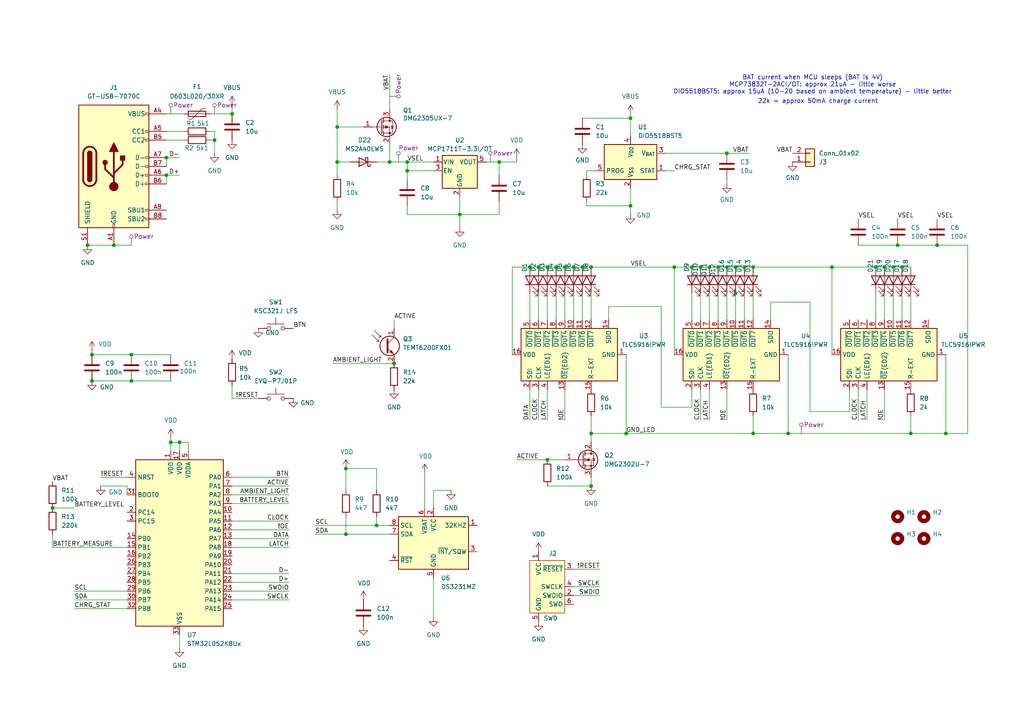
<source format=kicad_sch>
(kicad_sch (version 20250114) (generator "eeschema") (generator_version "9.0")
  (paper "A4")
  (title_block (title "SW63 mk4") (date "2026-01-26") (rev "v1") (company "github.com/xx0x/sw63") (comment 1 "License: CERN-OHL-P-2.0") (comment 2 "Sci-fi Inspired Watch") (comment 3 "SW63"))
  (text "BAT current when MCU sleeps (BAT is 4V)\nMCP73832T-2ACI/OT: approx 21uA - little worse\nDIO5518BST5: approx 15uA (10-20 based on ambient temperature) - little better" (at 235.712 24.638 0) (effects (font (size 1.27 1.27) (thickness 0.1588))))
  (text "IN PROGRESS" (at 146.304 -15.24 0) (effects (font (size 20.32 20.32) (thickness 4.064) (bold yes))))
  (text "22k = approx 50mA charge current" (at 237.236 29.464 0) (effects (font (size 1.27 1.27) (thickness 0.1588))))
  (junction (at 171.45 125.73))
  (junction (at 213.36 77.47))
  (junction (at 62.23 40.64))
  (junction (at 259.08 77.47))
  (junction (at 156.21 77.47))
  (junction (at 114.3 105.41))
  (junction (at 161.29 77.47))
  (junction (at 261.62 77.47))
  (junction (at 168.91 77.47))
  (junction (at 171.45 140.97))
  (junction (at 271.78 71.12))
  (junction (at 274.32 125.73))
  (junction (at 182.88 59.69))
  (junction (at 38.1 110.49))
  (junction (at 158.75 133.35))
  (junction (at 210.82 44.45))
  (junction (at 260.35 71.12))
  (junction (at 15.24 147.32))
  (junction (at 254 77.47))
  (junction (at 181.61 125.73))
  (junction (at 144.78 46.99))
  (junction (at 38.1 102.87))
  (junction (at 256.54 77.47))
  (junction (at 195.58 77.47))
  (junction (at 264.16 125.73))
  (junction (at 228.6 125.73))
  (junction (at 25.4 71.12))
  (junction (at 158.75 77.47))
  (junction (at 97.79 46.99))
  (junction (at 67.31 33.02))
  (junction (at 48.26 45.72))
  (junction (at 33.02 71.12))
  (junction (at 118.11 46.99))
  (junction (at 26.67 110.49))
  (junction (at 210.82 77.47))
  (junction (at 133.35 62.23))
  (junction (at 166.37 77.47))
  (junction (at 100.33 154.94))
  (junction (at 215.9 77.47))
  (junction (at 97.79 36.83))
  (junction (at 49.53 128.27))
  (junction (at 218.44 77.47))
  (junction (at 182.88 34.29))
  (junction (at 171.45 77.47))
  (junction (at 205.74 77.47))
  (junction (at 113.03 46.99))
  (junction (at 109.22 152.4))
  (junction (at 200.66 77.47))
  (junction (at 218.44 125.73))
  (junction (at 213.36 85.09))
  (junction (at 118.11 49.53))
  (junction (at 26.67 102.87))
  (junction (at 153.67 77.47))
  (junction (at 52.07 128.27))
  (junction (at 163.83 77.47))
  (junction (at 48.26 50.8))
  (junction (at 100.33 135.89))
  (junction (at 203.2 77.47))
  (junction (at 241.3 77.47))
  (junction (at 208.28 77.47))
  (wire (pts (xy 144.78 50.8) (xy 144.78 46.99)))
  (wire (pts (xy 67.31 140.97) (xy 83.82 140.97)))
  (wire (pts (xy 171.45 125.73) (xy 181.61 125.73)))
  (wire (pts (xy 62.23 40.64) (xy 60.96 40.64)))
  (wire (pts (xy 246.38 119.38) (xy 246.38 113.03)))
  (wire (pts (xy 36.83 140.97) (xy 36.83 143.51)))
  (wire (pts (xy 264.16 85.09) (xy 264.16 92.71)))
  (wire (pts (xy 256.54 77.47) (xy 259.08 77.47)))
  (wire (pts (xy 264.16 125.73) (xy 274.32 125.73)))
  (wire (pts (xy 67.31 168.91) (xy 83.82 168.91)))
  (wire (pts (xy 203.2 113.03) (xy 203.2 121.92)))
  (wire (pts (xy 182.88 34.29) (xy 182.88 33.02)))
  (wire (pts (xy 210.82 85.09) (xy 210.82 92.71)))
  (wire (pts (xy 118.11 62.23) (xy 118.11 59.69)))
  (wire (pts (xy 48.26 45.72) (xy 52.07 45.72)))
  (wire (pts (xy 181.61 125.73) (xy 218.44 125.73)))
  (wire (pts (xy 161.29 77.47) (xy 158.75 77.47)))
  (wire (pts (xy 97.79 36.83) (xy 97.79 46.99)))
  (wire (pts (xy 67.31 143.51) (xy 83.82 143.51)))
  (wire (pts (xy 248.92 113.03) (xy 248.92 121.92)))
  (wire (pts (xy 271.78 71.12) (xy 260.35 71.12)))
  (wire (pts (xy 114.3 92.71) (xy 114.3 95.25)))
  (wire (pts (xy 170.18 50.8) (xy 170.18 49.53)))
  (wire (pts (xy 254 85.09) (xy 254 92.71)))
  (wire (pts (xy 148.59 102.87) (xy 148.59 77.47)))
  (wire (pts (xy 218.44 120.65) (xy 218.44 125.73)))
  (wire (pts (xy 161.29 85.09) (xy 161.29 92.71)))
  (wire (pts (xy 241.3 77.47) (xy 241.3 102.87)))
  (wire (pts (xy 109.22 152.4) (xy 109.22 149.86)))
  (wire (pts (xy 52.07 128.27) (xy 49.53 128.27)))
  (wire (pts (xy 60.96 38.1) (xy 62.23 38.1)))
  (wire (pts (xy 241.3 77.47) (xy 254 77.47)))
  (wire (pts (xy 21.59 171.45) (xy 36.83 171.45)))
  (wire (pts (xy 113.03 21.59) (xy 113.03 31.75)))
  (wire (pts (xy 158.75 140.97) (xy 171.45 140.97)))
  (wire (pts (xy 109.22 46.99) (xy 113.03 46.99)))
  (wire (pts (xy 96.52 105.41) (xy 114.3 105.41)))
  (wire (pts (xy 163.83 113.03) (xy 163.83 121.92)))
  (wire (pts (xy 21.59 176.53) (xy 36.83 176.53)))
  (wire (pts (xy 33.02 71.12) (xy 38.1 71.12)))
  (wire (pts (xy 48.26 45.72) (xy 48.26 48.26)))
  (wire (pts (xy 153.67 77.47) (xy 156.21 77.47)))
  (wire (pts (xy 133.35 62.23) (xy 133.35 57.15)))
  (wire (pts (xy 26.67 101.6) (xy 26.67 102.87)))
  (wire (pts (xy 125.73 167.64) (xy 125.73 179.07)))
  (wire (pts (xy 133.35 62.23) (xy 144.78 62.23)))
  (wire (pts (xy 67.31 173.99) (xy 83.82 173.99)))
  (wire (pts (xy 260.35 71.12) (xy 248.92 71.12)))
  (wire (pts (xy 158.75 85.09) (xy 158.75 92.71)))
  (wire (pts (xy 62.23 38.1) (xy 62.23 40.64)))
  (wire (pts (xy 193.04 44.45) (xy 210.82 44.45)))
  (wire (pts (xy 205.74 85.09) (xy 205.74 92.71)))
  (wire (pts (xy 113.03 46.99) (xy 118.11 46.99)))
  (wire (pts (xy 208.28 77.47) (xy 210.82 77.47)))
  (wire (pts (xy 26.67 102.87) (xy 38.1 102.87)))
  (wire (pts (xy 15.24 147.32) (xy 21.59 147.32)))
  (wire (pts (xy 170.18 59.69) (xy 182.88 59.69)))
  (wire (pts (xy 203.2 85.09) (xy 203.2 92.71)))
  (wire (pts (xy 149.86 133.35) (xy 158.75 133.35)))
  (wire (pts (xy 171.45 120.65) (xy 171.45 125.73)))
  (wire (pts (xy 171.45 77.47) (xy 195.58 77.47)))
  (wire (pts (xy 195.58 77.47) (xy 200.66 77.47)))
  (wire (pts (xy 228.6 102.87) (xy 228.6 125.73)))
  (wire (pts (xy 26.67 110.49) (xy 38.1 110.49)))
  (wire (pts (xy 91.44 152.4) (xy 109.22 152.4)))
  (wire (pts (xy 259.08 77.47) (xy 261.62 77.47)))
  (wire (pts (xy 54.61 130.81) (xy 54.61 128.27)))
  (wire (pts (xy 191.77 118.11) (xy 200.66 118.11)))
  (wire (pts (xy 181.61 102.87) (xy 181.61 125.73)))
  (wire (pts (xy 256.54 113.03) (xy 256.54 121.92)))
  (wire (pts (xy 52.07 130.81) (xy 52.07 128.27)))
  (wire (pts (xy 228.6 125.73) (xy 264.16 125.73)))
  (wire (pts (xy 67.31 158.75) (xy 83.82 158.75)))
  (wire (pts (xy 182.88 39.37) (xy 182.88 34.29)))
  (wire (pts (xy 203.2 77.47) (xy 200.66 77.47)))
  (wire (pts (xy 48.26 50.8) (xy 52.07 50.8)))
  (wire (pts (xy 67.31 138.43) (xy 83.82 138.43)))
  (wire (pts (xy 256.54 85.09) (xy 256.54 92.71)))
  (wire (pts (xy 60.96 33.02) (xy 67.31 33.02)))
  (wire (pts (xy 280.67 125.73) (xy 280.67 71.12)))
  (wire (pts (xy 21.59 173.99) (xy 36.83 173.99)))
  (wire (pts (xy 118.11 49.53) (xy 125.73 49.53)))
  (wire (pts (xy 166.37 170.18) (xy 173.99 170.18)))
  (wire (pts (xy 213.36 83.82) (xy 213.36 85.09)))
  (wire (pts (xy 158.75 77.47) (xy 156.21 77.47)))
  (wire (pts (xy 97.79 36.83) (xy 105.41 36.83)))
  (wire (pts (xy 213.36 77.47) (xy 215.9 77.47)))
  (wire (pts (xy 205.74 113.03) (xy 205.74 121.92)))
  (wire (pts (xy 171.45 125.73) (xy 171.45 128.27)))
  (wire (pts (xy 67.31 153.67) (xy 83.82 153.67)))
  (wire (pts (xy 200.66 118.11) (xy 200.66 113.03)))
  (wire (pts (xy 38.1 110.49) (xy 49.53 110.49)))
  (wire (pts (xy 182.88 59.69) (xy 182.88 62.23)))
  (wire (pts (xy 234.95 87.63) (xy 234.95 119.38)))
  (wire (pts (xy 163.83 77.47) (xy 161.29 77.47)))
  (wire (pts (xy 133.35 62.23) (xy 118.11 62.23)))
  (wire (pts (xy 218.44 77.47) (xy 241.3 77.47)))
  (wire (pts (xy 144.78 62.23) (xy 144.78 58.42)))
  (wire (pts (xy 156.21 113.03) (xy 156.21 121.92)))
  (wire (pts (xy 171.45 140.97) (xy 171.45 138.43)))
  (wire (pts (xy 67.31 156.21) (xy 83.82 156.21)))
  (wire (pts (xy 205.74 77.47) (xy 203.2 77.47)))
  (wire (pts (xy 91.44 154.94) (xy 100.33 154.94)))
  (wire (pts (xy 171.45 77.47) (xy 168.91 77.47)))
  (wire (pts (xy 158.75 113.03) (xy 158.75 121.92)))
  (wire (pts (xy 49.53 127) (xy 49.53 128.27)))
  (wire (pts (xy 97.79 46.99) (xy 97.79 50.8)))
  (wire (pts (xy 191.77 88.9) (xy 191.77 118.11)))
  (wire (pts (xy 133.35 66.04) (xy 133.35 62.23)))
  (wire (pts (xy 213.36 85.09) (xy 213.36 92.71)))
  (wire (pts (xy 251.46 113.03) (xy 251.46 121.92)))
  (wire (pts (xy 261.62 85.09) (xy 261.62 92.71)))
  (wire (pts (xy 215.9 77.47) (xy 218.44 77.47)))
  (wire (pts (xy 168.91 85.09) (xy 168.91 92.71)))
  (wire (pts (xy 113.03 46.99) (xy 113.03 41.91)))
  (wire (pts (xy 100.33 154.94) (xy 100.33 149.86)))
  (wire (pts (xy 101.6 46.99) (xy 97.79 46.99)))
  (wire (pts (xy 166.37 172.72) (xy 173.99 172.72)))
  (wire (pts (xy 48.26 40.64) (xy 53.34 40.64)))
  (wire (pts (xy 274.32 102.87) (xy 274.32 125.73)))
  (wire (pts (xy 170.18 49.53) (xy 172.72 49.53)))
  (wire (pts (xy 254 77.47) (xy 256.54 77.47)))
  (wire (pts (xy 156.21 85.09) (xy 156.21 92.71)))
  (wire (pts (xy 208.28 77.47) (xy 205.74 77.47)))
  (wire (pts (xy 264.16 120.65) (xy 264.16 125.73)))
  (wire (pts (xy 200.66 85.09) (xy 200.66 92.71)))
  (wire (pts (xy 29.21 138.43) (xy 36.83 138.43)))
  (wire (pts (xy 49.53 128.27) (xy 49.53 130.81)))
  (wire (pts (xy 67.31 33.02) (xy 67.31 30.48)))
  (wire (pts (xy 166.37 85.09) (xy 166.37 92.71)))
  (wire (pts (xy 52.07 184.15) (xy 52.07 187.96)))
  (wire (pts (xy 218.44 125.73) (xy 228.6 125.73)))
  (wire (pts (xy 100.33 135.89) (xy 109.22 135.89)))
  (wire (pts (xy 67.31 115.57) (xy 74.93 115.57)))
  (wire (pts (xy 210.82 77.47) (xy 213.36 77.47)))
  (wire (pts (xy 118.11 52.07) (xy 118.11 49.53)))
  (wire (pts (xy 123.19 137.16) (xy 123.19 147.32)))
  (wire (pts (xy 54.61 128.27) (xy 52.07 128.27)))
  (wire (pts (xy 125.73 142.24) (xy 130.81 142.24)))
  (wire (pts (xy 25.4 71.12) (xy 33.02 71.12)))
  (wire (pts (xy 280.67 71.12) (xy 271.78 71.12)))
  (wire (pts (xy 210.82 44.45) (xy 217.17 44.45)))
  (wire (pts (xy 234.95 119.38) (xy 246.38 119.38)))
  (wire (pts (xy 208.28 85.09) (xy 208.28 92.71)))
  (wire (pts (xy 113.03 154.94) (xy 100.33 154.94)))
  (wire (pts (xy 168.91 34.29) (xy 182.88 34.29)))
  (wire (pts (xy 100.33 142.24) (xy 100.33 135.89)))
  (wire (pts (xy 176.53 88.9) (xy 191.77 88.9)))
  (wire (pts (xy 215.9 85.09) (xy 215.9 92.71)))
  (wire (pts (xy 118.11 46.99) (xy 125.73 46.99)))
  (wire (pts (xy 148.59 77.47) (xy 153.67 77.47)))
  (wire (pts (xy 163.83 85.09) (xy 163.83 92.71)))
  (wire (pts (xy 176.53 92.71) (xy 176.53 88.9)))
  (wire (pts (xy 29.21 140.97) (xy 36.83 140.97)))
  (wire (pts (xy 15.24 154.94) (xy 15.24 158.75)))
  (wire (pts (xy 67.31 111.76) (xy 67.31 115.57)))
  (wire (pts (xy 218.44 85.09) (xy 218.44 92.71)))
  (wire (pts (xy 144.78 46.99) (xy 149.86 46.99)))
  (wire (pts (xy 261.62 77.47) (xy 264.16 77.47)))
  (wire (pts (xy 168.91 77.47) (xy 166.37 77.47)))
  (wire (pts (xy 182.88 54.61) (xy 182.88 59.69)))
  (wire (pts (xy 210.82 113.03) (xy 210.82 121.92)))
  (wire (pts (xy 210.82 53.34) (xy 210.82 52.07)))
  (wire (pts (xy 67.31 166.37) (xy 83.82 166.37)))
  (wire (pts (xy 153.67 85.09) (xy 153.67 92.71)))
  (wire (pts (xy 48.26 50.8) (xy 48.26 53.34)))
  (wire (pts (xy 113.03 152.4) (xy 109.22 152.4)))
  (wire (pts (xy 166.37 165.1) (xy 173.99 165.1)))
  (wire (pts (xy 48.26 38.1) (xy 53.34 38.1)))
  (wire (pts (xy 67.31 151.13) (xy 83.82 151.13)))
  (wire (pts (xy 97.79 31.75) (xy 97.79 36.83)))
  (wire (pts (xy 171.45 85.09) (xy 171.45 92.71)))
  (wire (pts (xy 67.31 171.45) (xy 83.82 171.45)))
  (wire (pts (xy 223.52 87.63) (xy 234.95 87.63)))
  (wire (pts (xy 274.32 125.73) (xy 280.67 125.73)))
  (wire (pts (xy 195.58 49.53) (xy 193.04 49.53)))
  (wire (pts (xy 48.26 33.02) (xy 53.34 33.02)))
  (wire (pts (xy 67.31 146.05) (xy 83.82 146.05)))
  (wire (pts (xy 153.67 113.03) (xy 153.67 121.92)))
  (wire (pts (xy 195.58 102.87) (xy 195.58 77.47)))
  (wire (pts (xy 38.1 102.87) (xy 49.53 102.87)))
  (wire (pts (xy 118.11 46.99) (xy 118.11 49.53)))
  (wire (pts (xy 97.79 58.42) (xy 97.79 60.96)))
  (wire (pts (xy 149.86 46.99) (xy 149.86 45.72)))
  (wire (pts (xy 109.22 135.89) (xy 109.22 142.24)))
  (wire (pts (xy 223.52 92.71) (xy 223.52 87.63)))
  (wire (pts (xy 144.78 46.99) (xy 140.97 46.99)))
  (wire (pts (xy 166.37 77.47) (xy 163.83 77.47)))
  (wire (pts (xy 125.73 147.32) (xy 125.73 142.24)))
  (wire (pts (xy 62.23 44.45) (xy 62.23 40.64)))
  (wire (pts (xy 259.08 85.09) (xy 259.08 92.71)))
  (wire (pts (xy 170.18 58.42) (xy 170.18 59.69)))
  (wire (pts (xy 158.75 133.35) (xy 163.83 133.35)))
  (wire (pts (xy 15.24 158.75) (xy 36.83 158.75)))
  (label "CHRG_STAT" (at 21.59 176.53 0))
  (label "AMBIENT_LIGHT" (at 96.52 105.41 0))
  (label "AMBIENT_LIGHT" (at 83.82 143.51 180))
  (label "DATA" (at 83.82 156.21 180))
  (label "LATCH" (at 83.82 158.75 180))
  (label "!OE" (at 163.83 121.92 90))
  (label "CHRG_STAT" (at 195.58 49.53 0))
  (label "SWDIO" (at 173.99 172.72 180))
  (label "LATCH" (at 205.74 121.92 90))
  (label "VSEL" (at 260.35 63.5 0))
  (label "!RESET" (at 74.93 115.57 180))
  (label "SDA" (at 21.59 173.99 0))
  (label "CLOCK" (at 83.82 151.13 180))
  (label "VBAT" (at 229.87 44.45 180))
  (label "SWDIO" (at 83.82 171.45 180))
  (label "CLOCK" (at 248.92 121.92 90))
  (label "ACTIVE" (at 149.86 133.35 0))
  (label "SWCLK" (at 83.82 173.99 180))
  (label "VSEL" (at 271.78 63.5 0))
  (label "CLOCK" (at 156.21 121.92 90))
  (label "!RESET" (at 173.99 165.1 180))
  (label "D+" (at 52.07 50.8 180))
  (label "CLOCK" (at 203.2 121.92 90))
  (label "D-" (at 83.82 166.37 180))
  (label "ACTIVE" (at 83.82 140.97 180))
  (label "LATCH" (at 158.75 121.92 90))
  (label "!OE" (at 256.54 121.92 90))
  (label "BATTERY_MEASURE" (at 15.24 158.75 0))
  (label "!OE" (at 210.82 121.92 90))
  (label "VSEL" (at 248.92 63.5 0))
  (label "SWCLK" (at 173.99 170.18 180))
  (label "SCL" (at 21.59 171.45 0))
  (label "ACTIVE" (at 114.3 92.71 0))
  (label "GND_LED" (at 181.61 125.73 0))
  (label "VBAT" (at 15.24 139.7 0))
  (label "D+" (at 83.82 168.91 180))
  (label "D-" (at 52.07 45.72 180))
  (label "VSEL" (at 182.88 77.47 0))
  (label "BTN" (at 83.82 138.43 180))
  (label "VBAT" (at 113.03 21.59 270))
  (label "DATA" (at 153.67 121.92 90))
  (label "LATCH" (at 251.46 121.92 90))
  (label "BATTERY_LEVEL" (at 21.59 147.32 0))
  (label "!RESET" (at 29.21 138.43 0))
  (label "BATTERY_LEVEL" (at 83.82 146.05 180))
  (label "BTN" (at 85.09 95.25 0))
  (label "SCL" (at 91.44 152.4 0))
  (label "VBAT" (at 217.17 44.45 180))
  (label "VSEL" (at 118.11 46.99 0))
  (label "SDA" (at 91.44 154.94 0))
  (label "!OE" (at 83.82 153.67 180))
  (netclass_flag "" (length 2.54) (shape round) (at 232.41 125.73 0) (property "Netclass" "Power" (at 233.1085 123.19 0) (effects (justify left))))
  (netclass_flag "" (length 2.54) (shape round) (at 49.53 33.02 0) (property "Netclass" "Power" (at 50.2285 30.48 0) (effects (justify left))))
  (netclass_flag "" (length 2.54) (shape round) (at 142.24 46.99 0) (property "Netclass" "Power" (at 142.9385 44.45 0) (effects (justify left))))
  (netclass_flag "" (length 2.54) (shape round) (at 62.23 33.02 0) (property "Netclass" "Power" (at 62.9285 30.48 0) (effects (justify left))))
  (netclass_flag "" (length 2.54) (shape round) (at 38.1 71.12 0) (property "Netclass" "Power" (at 38.7985 68.58 0) (effects (justify left))))
  (netclass_flag "" (length 2.54) (shape round) (at 113.03 27.94 270) (property "Netclass" "Power" (at 115.57 27.2415 90) (effects (justify left))))
  (netclass_flag "" (length 2.54) (shape round) (at 115.57 46.99 0) (property "Netclass" "Power" (at 115.57 42.926 0) (effects (justify left))))
  (symbol (lib_id "Timer_RTC:DS3231MZ") (at 125.73 157.48 0) (unit 1)
    (property "Reference" "U6" (at 127.8733 167.64 0) (effects (justify left)))
    (property "Value" "DS3231MZ" (at 127.8733 170.18 0) (effects (justify left)))
    (property "Footprint" "Package_SO:SOIC-8_3.9x4.9mm_P1.27mm" (effects (hide yes)))
    (property "Datasheet" "http://datasheets.maximintegrated.com/en/ds/DS3231M.pdf" (effects (hide yes)))
    (property "Description" "±5ppm, I2C Real-Time Clock SOIC-8" (effects (hide yes)))
  )
  (symbol (lib_id "Device:R") (at 57.15 38.1 90) (unit 1)
    (property "Reference" "R1" (at 55.372 35.814 90))
    (property "Value" "5k1" (at 58.928 35.814 90))
    (property "Footprint" "Resistor_SMD:R_0402_1005Metric" (effects (hide yes)))
    (property "Description" "Resistor" (effects (hide yes)))
    (property "LCSC" "C23186" (effects (hide yes)))
  )
  (symbol (lib_id "Device:R") (at 170.18 54.61 0) (unit 1)
    (property "Reference" "R3" (at 172.72 53.3399 0) (effects (justify left)))
    (property "Value" "22k" (at 172.72 55.8799 0) (effects (justify left)))
    (property "Footprint" "Resistor_SMD:R_0402_1005Metric" (effects (hide yes)))
    (property "Description" "Resistor" (effects (hide yes)))
    (property "LCSC" "C25804" (effects (hide yes)))
  )
  (symbol (lib_id "power:VDD") (at 49.53 127 0) (unit 1)
    (property "Reference" "#PWR029" (effects (hide yes)))
    (property "Value" "VDD" (at 49.53 121.92 0))
    (property "Description" "Power symbol creates a global label with name \"VDD\"" (effects (hide yes)))
  )
  (symbol (lib_id "Device:R") (at 67.31 107.95 0) (unit 1)
    (property "Reference" "R5" (at 69.342 106.934 0) (effects (justify left)))
    (property "Value" "10k" (at 69.342 109.474 0) (effects (justify left)))
    (property "Footprint" "Resistor_SMD:R_0402_1005Metric" (effects (hide yes)))
    (property "Description" "Resistor" (effects (hide yes)))
    (property "LCSC" "C25804" (effects (hide yes)))
  )
  (symbol (lib_id "MCU_ST_STM32L0:STM32L052K8Ux") (at 52.07 158.75 0) (unit 1)
    (property "Reference" "U7" (at 54.2133 184.15 0) (effects (justify left)))
    (property "Value" "STM32L052K8Ux" (at 54.2133 186.69 0) (effects (justify left)))
    (property "Footprint" "Package_DFN_QFN:QFN-32-1EP_5x5mm_P0.5mm_EP3.45x3.45mm" (effects (hide yes)))
    (property "Datasheet" "https://www.st.com/resource/en/datasheet/stm32l052k8.pdf" (effects (hide yes)))
    (property "Description" "STMicroelectronics Arm Cortex-M0+ MCU, 64KB flash, 8KB RAM, 32 MHz, 1.65-3.6V, 27 GPIO, UFQFPN32" (effects (hide yes)))
    (property "LCSC" "C1342049" (effects (hide yes)))
  )
  (symbol (lib_id "Connector:Conn_ARM_SWD_TagConnect_TC2030") (at 158.75 170.18 0) (unit 1) (in_bom no)
    (property "Reference" "J2" (at 161.544 160.528 0) (effects (justify right)))
    (property "Value" "SWD" (at 161.798 179.324 0) (effects (justify right)))
    (property "Footprint" "sw63_mk4:SWD_2x03_SMD" (effects (hide yes)))
  )
  (symbol (lib_id "power:VBUS") (at 97.79 31.75 0) (unit 1)
    (property "Reference" "#PWR01" (effects (hide yes)))
    (property "Value" "VBUS" (at 97.79 26.67 0))
    (property "Description" "Power symbol creates a global label with name \"VBUS\"" (effects (hide yes)))
  )
  (symbol (lib_id "Device:C") (at 210.82 48.26 0) (unit 1)
    (property "Reference" "C3" (at 214.63 46.9899 0) (effects (justify left)))
    (property "Value" "10u" (at 214.63 49.5299 0) (effects (justify left)))
    (property "Footprint" "Capacitor_SMD:C_0402_1005Metric" (effects (hide yes)))
    (property "Description" "Unpolarized capacitor" (effects (hide yes)))
    (property "LCSC" "C15850" (effects (hide yes)))
  )
  (symbol (lib_id "Device:LED") (at 168.91 81.28 90) (unit 1)
    (property "Reference" "D7" (at 167.386 76.2 0) (effects (justify right)))
    (property "Value" "LED" (effects (hide yes)))
    (property "Footprint" "sw63_mk4:LED_1206_W" (effects (hide yes)))
    (property "Description" "Light emitting diode" (effects (hide yes)))
    (property "Sim.Pins" "1=K 2=A" (effects (hide yes)))
  )
  (symbol (lib_id "power:VDD") (at 26.67 101.6 0) (unit 1)
    (property "Reference" "#PWR018" (effects (hide yes)))
    (property "Value" "VDD" (at 30.48 99.822 0))
    (property "Description" "Power symbol creates a global label with name \"VDD\"" (effects (hide yes)))
  )
  (symbol (lib_id "Device:C") (at 105.41 177.8 0) (unit 1)
    (property "Reference" "C12" (at 109.22 176.5299 0) (effects (justify left)))
    (property "Value" "100n" (at 109.22 179.0699 0) (effects (justify left)))
    (property "Footprint" "Capacitor_SMD:C_0402_1005Metric" (effects (hide yes)))
    (property "Description" "Unpolarized capacitor" (effects (hide yes)))
  )
  (symbol (lib_id "power:VBUS") (at 182.88 33.02 0) (unit 1)
    (property "Reference" "#PWR02" (effects (hide yes)))
    (property "Value" "VBUS" (at 182.88 27.94 0))
    (property "Description" "Power symbol creates a global label with name \"VBUS\"" (effects (hide yes)))
  )
  (symbol (lib_id "Device:C") (at 49.53 106.68 0) (unit 1)
    (property "Reference" "C11" (at 53.34 105.4099 0) (effects (justify left)))
    (property "Value" "100n" (at 52.07 107.696 0) (effects (justify left)))
    (property "Footprint" "Capacitor_SMD:C_0402_1005Metric" (effects (hide yes)))
    (property "Description" "Unpolarized capacitor" (effects (hide yes)))
    (property "LCSC" "C14663" (effects (hide yes)))
  )
  (symbol (lib_id "Device:R") (at 171.45 116.84 0) (unit 1)
    (property "Reference" "R6" (at 173.99 115.5699 0) (effects (justify left)))
    (property "Value" "10k" (at 173.99 118.1099 0) (effects (justify left)))
    (property "Footprint" "Resistor_SMD:R_0402_1005Metric" (effects (hide yes)))
    (property "Description" "Resistor" (effects (hide yes)))
  )
  (symbol (lib_id "Mechanical:MountingHole") (at 260.35 149.86 0) (unit 1) (in_bom no)
    (property "Reference" "H1" (at 262.89 148.5899 0) (effects (justify left)))
    (property "Value" "MountingHole" (effects (hide yes)))
    (property "Footprint" "sw63_mk4:MountingHole_1.6mm" (effects (hide yes)))
    (property "Description" "Mounting Hole without connection" (effects (hide yes)))
  )
  (symbol (lib_id "Regulator_Linear:AP2112K-3.3") (at 133.35 49.53 0) (unit 1)
    (property "Reference" "U2" (at 133.35 40.64 0))
    (property "Value" "MCP1711T-3.3I/OT" (at 133.35 43.18 0))
    (property "Footprint" "Package_TO_SOT_SMD:SOT-23-5" (effects (hide yes)))
    (property "Datasheet" "https://www.diodes.com/assets/Datasheets/AP2112.pdf" (effects (hide yes)))
    (property "Description" "600mA low dropout linear regulator, with enable pin, 3.8V-6V input voltage range, 3.3V fixed positive output, SOT-23-5" (effects (hide yes)))
    (property "LCSC" "C79527" (effects (hide yes)))
  )
  (symbol (lib_id "Device:C") (at 271.78 67.31 0) (unit 1)
    (property "Reference" "C6" (at 275.59 66.0399 0) (effects (justify left)))
    (property "Value" "100n" (at 275.59 68.5799 0) (effects (justify left)))
    (property "Footprint" "Capacitor_SMD:C_0402_1005Metric" (effects (hide yes)))
    (property "Description" "Unpolarized capacitor" (effects (hide yes)))
  )
  (symbol (lib_id "Device:R") (at 100.33 146.05 0) (unit 1)
    (property "Reference" "R9" (at 102.87 144.7799 0) (effects (justify left)))
    (property "Value" "4k7" (at 102.87 147.3199 0) (effects (justify left)))
    (property "Footprint" "Resistor_SMD:R_0402_1005Metric" (effects (hide yes)))
    (property "Description" "Resistor" (effects (hide yes)))
  )
  (symbol (lib_id "Driver_LED:TLC5916") (at 163.83 102.87 90) (unit 1)
    (property "Reference" "U3" (at 186.69 97.4246 90))
    (property "Value" "TLC5916IPWR" (at 186.69 99.9646 90))
    (property "Footprint" "Package_SO:TSSOP-16_4.4x5mm_P0.65mm" (effects (hide yes)))
    (property "Datasheet" "https://www.ti.com/lit/ds/symlink/tlc5916.pdf" (effects (hide yes)))
    (property "Description" "8-Channel Constant-Current LED Sink Driver" (effects (hide yes)))
  )
  (symbol (lib_id "Switch:SW_Push") (at 80.01 95.25 0) (unit 1)
    (property "Reference" "SW1" (at 80.01 87.63 0))
    (property "Value" "KSC321J LFS" (at 80.01 90.17 0))
    (property "Footprint" "sw63_mk4:SW_Push_1P1T_NO_CK_KSC3xxJ" (effects (hide yes)))
    (property "Description" "Push button switch, generic, two pins" (effects (hide yes)))
  )
  (symbol (lib_id "power:GND") (at 133.35 66.04 0) (unit 1)
    (property "Reference" "#PWR014" (effects (hide yes)))
    (property "Value" "GND" (at 133.35 71.12 0))
    (property "Description" "Power symbol creates a global label with name \"GND\" , ground" (effects (hide yes)))
  )
  (symbol (lib_id "Device:R") (at 264.16 116.84 0) (unit 1)
    (property "Reference" "R8" (at 266.7 115.5699 0) (effects (justify left)))
    (property "Value" "2k" (at 266.7 118.1099 0) (effects (justify left)))
    (property "Footprint" "Resistor_SMD:R_0402_1005Metric" (effects (hide yes)))
    (property "Description" "Resistor" (effects (hide yes)))
  )
  (symbol (lib_id "power:GND") (at 171.45 140.97 0) (unit 1)
    (property "Reference" "#PWR034" (effects (hide yes)))
    (property "Value" "GND" (at 171.45 146.05 0))
    (property "Description" "Power symbol creates a global label with name \"GND\" , ground" (effects (hide yes)))
  )
  (symbol (lib_id "power:GND") (at 105.41 181.61 0) (unit 1)
    (property "Reference" "#PWR037" (effects (hide yes)))
    (property "Value" "GND" (at 105.41 186.69 0))
    (property "Description" "Power symbol creates a global label with name \"GND\" , ground" (effects (hide yes)))
  )
  (symbol (lib_id "Device:LED") (at 259.08 81.28 90) (unit 1)
    (property "Reference" "D20" (at 257.556 75.184 0) (effects (justify right)))
    (property "Value" "LED" (effects (hide yes)))
    (property "Footprint" "sw63_mk4:LED_W3.0mm_H2.0mm_Y" (effects (hide yes)))
    (property "Description" "Light emitting diode" (effects (hide yes)))
    (property "Sim.Pins" "1=K 2=A" (effects (hide yes)))
  )
  (symbol (lib_id "Switch:SW_Push") (at 80.01 115.57 0) (unit 1)
    (property "Reference" "SW2" (at 80.01 107.95 0))
    (property "Value" "﻿EVQ-P7J01P" (at 80.01 110.49 0))
    (property "Footprint" "Button_Switch_SMD:SW_SPST_EVQP7A" (effects (hide yes)))
    (property "Description" "Push button switch, generic, two pins" (effects (hide yes)))
  )
  (symbol (lib_id "Device:C") (at 144.78 54.61 0) (unit 1)
    (property "Reference" "C7" (at 148.59 53.3399 0) (effects (justify left)))
    (property "Value" "10u" (at 148.59 55.8799 0) (effects (justify left)))
    (property "Footprint" "Capacitor_SMD:C_0402_1005Metric" (effects (hide yes)))
    (property "Description" "Unpolarized capacitor" (effects (hide yes)))
    (property "LCSC" "C15850" (effects (hide yes)))
  )
  (symbol (lib_id "Device:C") (at 67.31 36.83 0) (unit 1)
    (property "Reference" "C2" (at 71.12 35.5599 0) (effects (justify left)))
    (property "Value" "10u" (at 71.12 38.0999 0) (effects (justify left)))
    (property "Footprint" "Capacitor_SMD:C_0402_1005Metric" (effects (hide yes)))
    (property "Description" "Unpolarized capacitor" (effects (hide yes)))
    (property "LCSC" "C15850" (effects (hide yes)))
  )
  (symbol (lib_id "power:GND") (at 62.23 44.45 0) (unit 1)
    (property "Reference" "#PWR07" (effects (hide yes)))
    (property "Value" "GND" (at 62.23 49.53 0))
    (property "Description" "Power symbol creates a global label with name \"GND\" , ground" (effects (hide yes)))
  )
  (symbol (lib_id "power:GND") (at 67.31 40.64 0) (unit 1)
    (property "Reference" "#PWR05" (effects (hide yes)))
    (property "Value" "GND" (at 67.31 45.72 0))
    (property "Description" "Power symbol creates a global label with name \"GND\" , ground" (effects (hide yes)))
  )
  (symbol (lib_id "Device:LED") (at 158.75 81.28 90) (unit 1)
    (property "Reference" "D3" (at 157.226 76.2 0) (effects (justify right)))
    (property "Value" "LED" (effects (hide yes)))
    (property "Footprint" "sw63_mk4:LED_1206_W" (effects (hide yes)))
    (property "Description" "Light emitting diode" (effects (hide yes)))
    (property "Sim.Pins" "1=K 2=A" (effects (hide yes)))
  )
  (symbol (lib_id "Device:R") (at 57.15 40.64 90) (unit 1)
    (property "Reference" "R2" (at 54.864 42.926 90))
    (property "Value" "5k1" (at 58.674 42.926 90))
    (property "Footprint" "Resistor_SMD:R_0402_1005Metric" (effects (hide yes)))
    (property "Description" "Resistor" (effects (hide yes)))
    (property "LCSC" "C23186" (effects (hide yes)))
  )
  (symbol (lib_id "Device:C") (at 38.1 106.68 0) (unit 1)
    (property "Reference" "C10" (at 41.91 105.4099 0) (effects (justify left)))
    (property "Value" "100n" (at 41.91 107.9499 0) (effects (justify left)))
    (property "Footprint" "Capacitor_SMD:C_0402_1005Metric" (effects (hide yes)))
    (property "Description" "Unpolarized capacitor" (effects (hide yes)))
    (property "LCSC" "C14663" (effects (hide yes)))
  )
  (symbol (lib_id "Device:C") (at 248.92 67.31 0) (unit 1)
    (property "Reference" "C4" (at 252.73 66.0399 0) (effects (justify left)))
    (property "Value" "100n" (at 252.73 68.5799 0) (effects (justify left)))
    (property "Footprint" "Capacitor_SMD:C_0402_1005Metric" (effects (hide yes)))
    (property "Description" "Unpolarized capacitor" (effects (hide yes)))
  )
  (symbol (lib_id "Device:R") (at 158.75 137.16 0) (unit 1)
    (property "Reference" "R12" (at 161.29 135.8899 0) (effects (justify left)))
    (property "Value" "100k" (at 161.29 138.4299 0) (effects (justify left)))
    (property "Footprint" "Resistor_SMD:R_0402_1005Metric" (effects (hide yes)))
    (property "Description" "Resistor" (effects (hide yes)))
  )
  (symbol (lib_id "power:VDD") (at 123.19 137.16 0) (unit 1)
    (property "Reference" "#PWR031" (effects (hide yes)))
    (property "Value" "VDD" (at 123.444 132.334 0))
    (property "Description" "Power symbol creates a global label with name \"VDD\"" (effects (hide yes)))
  )
  (symbol (lib_id "Device:Polyfuse") (at 57.15 33.02 90) (unit 1)
    (property "Reference" "F1" (at 57.15 25.146 90))
    (property "Value" "0603L020/30XR" (at 57.15 27.94 90))
    (property "Footprint" "Fuse:Fuse_0603_1608Metric" (effects (hide yes)))
    (property "Description" "Resettable fuse, polymeric positive temperature coefficient" (effects (hide yes)))
    (property "LCSC" "C20608677" (effects (hide yes)))
  )
  (symbol (lib_id "power:VDD") (at 100.33 135.89 0) (unit 1)
    (property "Reference" "#PWR030" (effects (hide yes)))
    (property "Value" "VDD" (at 100.584 131.064 0))
    (property "Description" "Power symbol creates a global label with name \"VDD\"" (effects (hide yes)))
  )
  (symbol (lib_id "power:GND") (at 74.93 95.25 0) (unit 1)
    (property "Reference" "#PWR017" (effects (hide yes)))
    (property "Value" "GND" (at 78.994 96.52 0))
    (property "Description" "Power symbol creates a global label with name \"GND\" , ground" (effects (hide yes)))
  )
  (symbol (lib_id "Device:C") (at 118.11 55.88 0) (unit 1)
    (property "Reference" "C8" (at 121.92 54.6099 0) (effects (justify left)))
    (property "Value" "10u" (at 121.92 57.1499 0) (effects (justify left)))
    (property "Footprint" "Capacitor_SMD:C_0402_1005Metric" (effects (hide yes)))
    (property "Description" "Unpolarized capacitor" (effects (hide yes)))
    (property "LCSC" "C15850" (effects (hide yes)))
  )
  (symbol (lib_id "power:GND") (at 97.79 60.96 0) (unit 1)
    (property "Reference" "#PWR012" (effects (hide yes)))
    (property "Value" "GND" (at 97.79 66.04 0))
    (property "Description" "Power symbol creates a global label with name \"GND\" , ground" (effects (hide yes)))
  )
  (symbol (lib_id "Driver_LED:TLC5916") (at 210.82 102.87 90) (unit 1)
    (property "Reference" "U4" (at 233.68 97.4246 90))
    (property "Value" "TLC5916IPWR" (at 233.68 99.9646 90))
    (property "Footprint" "Package_SO:TSSOP-16_4.4x5mm_P0.65mm" (effects (hide yes)))
    (property "Datasheet" "https://www.ti.com/lit/ds/symlink/tlc5916.pdf" (effects (hide yes)))
    (property "Description" "8-Channel Constant-Current LED Sink Driver" (effects (hide yes)))
  )
  (symbol (lib_id "Device:LED") (at 261.62 81.28 90) (unit 1)
    (property "Reference" "D17" (at 260.096 75.184 0) (effects (justify right)))
    (property "Value" "LED" (effects (hide yes)))
    (property "Footprint" "sw63_mk4:LED_W3.0mm_H2.0mm_Y" (effects (hide yes)))
    (property "Description" "Light emitting diode" (effects (hide yes)))
    (property "Sim.Pins" "1=K 2=A" (effects (hide yes)))
  )
  (symbol (lib_id "Device:LED") (at 153.67 81.28 90) (unit 1)
    (property "Reference" "D1" (at 152.146 76.2 0) (effects (justify right)))
    (property "Value" "LED" (effects (hide yes)))
    (property "Footprint" "sw63_mk4:LED_1206_W" (effects (hide yes)))
    (property "Description" "Light emitting diode" (effects (hide yes)))
    (property "Sim.Pins" "1=K 2=A" (effects (hide yes)))
  )
  (symbol (lib_id "power:GND") (at 130.81 142.24 0) (unit 1)
    (property "Reference" "#PWR032" (effects (hide yes)))
    (property "Value" "GND" (at 130.81 147.32 0))
    (property "Description" "Power symbol creates a global label with name \"GND\" , ground" (effects (hide yes)))
  )
  (symbol (lib_id "power:GND") (at 125.73 179.07 0) (unit 1)
    (property "Reference" "#PWR036" (effects (hide yes)))
    (property "Value" "GND" (at 125.73 184.15 0))
    (property "Description" "Power symbol creates a global label with name \"GND\" , ground" (effects (hide yes)))
  )
  (symbol (lib_id "power:VBUS") (at 67.31 30.48 0) (unit 1)
    (property "Reference" "#PWR03" (effects (hide yes)))
    (property "Value" "VBUS" (at 67.31 25.4 0))
    (property "Description" "Power symbol creates a global label with name \"VBUS\"" (effects (hide yes)))
  )
  (symbol (lib_id "Device:LED") (at 203.2 81.28 90) (unit 1)
    (property "Reference" "D10" (at 201.676 76.2 0) (effects (justify right)))
    (property "Value" "LED" (effects (hide yes)))
    (property "Footprint" "sw63_mk4:LED_1206_W" (effects (hide yes)))
    (property "Description" "Light emitting diode" (effects (hide yes)))
    (property "Sim.Pins" "1=K 2=A" (effects (hide yes)))
  )
  (symbol (lib_id "Mechanical:MountingHole") (at 260.35 156.21 0) (unit 1) (in_bom no)
    (property "Reference" "H3" (at 262.89 154.9399 0) (effects (justify left)))
    (property "Value" "MountingHole" (effects (hide yes)))
    (property "Footprint" "sw63_mk4:MountingHole_1.6mm" (effects (hide yes)))
    (property "Description" "Mounting Hole without connection" (effects (hide yes)))
  )
  (symbol (lib_id "power:GND") (at 26.67 110.49 0) (unit 1)
    (property "Reference" "#PWR021" (effects (hide yes)))
    (property "Value" "GND" (at 30.988 112.268 0))
    (property "Description" "Power symbol creates a global label with name \"GND\" , ground" (effects (hide yes)))
  )
  (symbol (lib_id "Device:LED") (at 163.83 81.28 90) (unit 1)
    (property "Reference" "D5" (at 162.306 76.2 0) (effects (justify right)))
    (property "Value" "LED" (effects (hide yes)))
    (property "Footprint" "sw63_mk4:LED_1206_W" (effects (hide yes)))
    (property "Description" "Light emitting diode" (effects (hide yes)))
    (property "Sim.Pins" "1=K 2=A" (effects (hide yes)))
  )
  (symbol (lib_id "Device:LED") (at 200.66 81.28 90) (unit 1)
    (property "Reference" "D9" (at 199.136 76.2 0) (effects (justify right)))
    (property "Value" "LED" (effects (hide yes)))
    (property "Footprint" "sw63_mk4:LED_1206_W" (effects (hide yes)))
    (property "Description" "Light emitting diode" (effects (hide yes)))
    (property "Sim.Pins" "1=K 2=A" (effects (hide yes)))
  )
  (symbol (lib_id "Device:LED") (at 256.54 81.28 90) (unit 1)
    (property "Reference" "D19" (at 255.016 75.184 0) (effects (justify right)))
    (property "Value" "LED" (effects (hide yes)))
    (property "Footprint" "sw63_mk4:LED_W3.0mm_H2.0mm_Y" (effects (hide yes)))
    (property "Description" "Light emitting diode" (effects (hide yes)))
    (property "Sim.Pins" "1=K 2=A" (effects (hide yes)))
  )
  (symbol (lib_id "Device:LED") (at 264.16 81.28 90) (unit 1)
    (property "Reference" "D18" (at 262.636 75.184 0) (effects (justify right)))
    (property "Value" "LED" (effects (hide yes)))
    (property "Footprint" "sw63_mk4:LED_W3.0mm_H2.0mm_Y" (effects (hide yes)))
    (property "Description" "Light emitting diode" (effects (hide yes)))
    (property "Sim.Pins" "1=K 2=A" (effects (hide yes)))
  )
  (symbol (lib_id "Driver_LED:TLC5916") (at 256.54 102.87 90) (unit 1)
    (property "Reference" "U5" (at 279.4 97.4246 90))
    (property "Value" "TLC5916IPWR" (at 279.4 99.9646 90))
    (property "Footprint" "Package_SO:TSSOP-16_4.4x5mm_P0.65mm" (effects (hide yes)))
    (property "Datasheet" "https://www.ti.com/lit/ds/symlink/tlc5916.pdf" (effects (hide yes)))
    (property "Description" "8-Channel Constant-Current LED Sink Driver" (effects (hide yes)))
  )
  (symbol (lib_id "power:VDD") (at 156.21 160.02 0) (unit 1)
    (property "Reference" "#PWR016" (effects (hide yes)))
    (property "Value" "VDD" (at 156.21 154.94 0))
    (property "Description" "Power symbol creates a global label with name \"VDD\"" (effects (hide yes)))
  )
  (symbol (lib_id "Device:LED") (at 215.9 81.28 90) (unit 1)
    (property "Reference" "D14" (at 214.376 75.184 0) (effects (justify right)))
    (property "Value" "LED" (effects (hide yes)))
    (property "Footprint" "sw63_mk4:LED_D5.0mm_B" (effects (hide yes)))
    (property "Description" "Light emitting diode" (effects (hide yes)))
    (property "Sim.Pins" "1=K 2=A" (effects (hide yes)))
  )
  (symbol (lib_id "Device:LED") (at 166.37 81.28 90) (unit 1)
    (property "Reference" "D6" (at 164.846 76.2 0) (effects (justify right)))
    (property "Value" "LED" (effects (hide yes)))
    (property "Footprint" "sw63_mk4:LED_1206_W" (effects (hide yes)))
    (property "Description" "Light emitting diode" (effects (hide yes)))
    (property "Sim.Pins" "1=K 2=A" (effects (hide yes)))
  )
  (symbol (lib_id "power:GND") (at 25.4 71.12 0) (unit 1)
    (property "Reference" "#PWR015" (effects (hide yes)))
    (property "Value" "GND" (at 25.4 76.2 0))
    (property "Description" "Power symbol creates a global label with name \"GND\" , ground" (effects (hide yes)))
  )
  (symbol (lib_id "Device:C") (at 168.91 38.1 0) (unit 1)
    (property "Reference" "C1" (at 172.72 36.8299 0) (effects (justify left)))
    (property "Value" "10u" (at 172.72 39.3699 0) (effects (justify left)))
    (property "Footprint" "Capacitor_SMD:C_0402_1005Metric" (effects (hide yes)))
    (property "Description" "Unpolarized capacitor" (effects (hide yes)))
    (property "LCSC" "C15850" (effects (hide yes)))
  )
  (symbol (lib_id "power:GND") (at 52.07 187.96 0) (unit 1)
    (property "Reference" "#PWR038" (effects (hide yes)))
    (property "Value" "GND" (at 52.07 193.04 0))
    (property "Description" "Power symbol creates a global label with name \"GND\" , ground" (effects (hide yes)))
  )
  (symbol (lib_id "Device:R") (at 114.3 109.22 0) (unit 1)
    (property "Reference" "R14" (at 116.84 107.9499 0) (effects (justify left)))
    (property "Value" "22k" (at 116.84 110.4899 0) (effects (justify left)))
    (property "Footprint" "Resistor_SMD:R_0402_1005Metric" (effects (hide yes)))
    (property "Description" "Resistor" (effects (hide yes)))
  )
  (symbol (lib_id "Mechanical:MountingHole") (at 267.97 149.86 0) (unit 1) (in_bom no)
    (property "Reference" "H2" (at 270.51 148.5899 0) (effects (justify left)))
    (property "Value" "MountingHole" (effects (hide yes)))
    (property "Footprint" "sw63_mk4:MountingHole_1.6mm" (effects (hide yes)))
    (property "Description" "Mounting Hole without connection" (effects (hide yes)))
  )
  (symbol (lib_id "Device:LED") (at 218.44 81.28 90) (unit 1)
    (property "Reference" "D13" (at 216.916 75.184 0) (effects (justify right)))
    (property "Value" "LED" (effects (hide yes)))
    (property "Footprint" "sw63_mk4:LED_D5.0mm_Y" (effects (hide yes)))
    (property "Description" "Light emitting diode" (effects (hide yes)))
    (property "Sim.Pins" "1=K 2=A" (effects (hide yes)))
  )
  (symbol (lib_id "Device:LED") (at 171.45 81.28 90) (unit 1)
    (property "Reference" "D8" (at 169.926 76.2 0) (effects (justify right)))
    (property "Value" "LED" (effects (hide yes)))
    (property "Footprint" "sw63_mk4:LED_1206_W" (effects (hide yes)))
    (property "Description" "Light emitting diode" (effects (hide yes)))
    (property "Sim.Pins" "1=K 2=A" (effects (hide yes)))
  )
  (symbol (lib_id "power:GND") (at 210.82 53.34 0) (unit 1)
    (property "Reference" "#PWR011" (effects (hide yes)))
    (property "Value" "GND" (at 210.82 57.912 0))
    (property "Description" "Power symbol creates a global label with name \"GND\" , ground" (effects (hide yes)))
  )
  (symbol (lib_id "Device:R") (at 218.44 116.84 0) (unit 1)
    (property "Reference" "R7" (at 220.98 115.5699 0) (effects (justify left)))
    (property "Value" "10k" (at 220.98 118.1099 0) (effects (justify left)))
    (property "Footprint" "Resistor_SMD:R_0402_1005Metric" (effects (hide yes)))
    (property "Description" "Resistor" (effects (hide yes)))
  )
  (symbol (lib_id "Device:LED") (at 156.21 81.28 90) (unit 1)
    (property "Reference" "D2" (at 154.686 76.2 0) (effects (justify right)))
    (property "Value" "LED" (effects (hide yes)))
    (property "Footprint" "sw63_mk4:LED_1206_W" (effects (hide yes)))
    (property "Description" "Light emitting diode" (effects (hide yes)))
    (property "Sim.Pins" "1=K 2=A" (effects (hide yes)))
  )
  (symbol (lib_id "power:VDD") (at 67.31 104.14 0) (unit 1)
    (property "Reference" "#PWR019" (effects (hide yes)))
    (property "Value" "VDD" (at 71.12 102.362 0))
    (property "Description" "Power symbol creates a global label with name \"VDD\"" (effects (hide yes)))
  )
  (symbol (lib_id "Device:LED") (at 161.29 81.28 90) (unit 1)
    (property "Reference" "D4" (at 159.766 76.2 0) (effects (justify right)))
    (property "Value" "LED" (effects (hide yes)))
    (property "Footprint" "sw63_mk4:LED_1206_W" (effects (hide yes)))
    (property "Description" "Light emitting diode" (effects (hide yes)))
    (property "Sim.Pins" "1=K 2=A" (effects (hide yes)))
  )
  (symbol (lib_id "Device:LED") (at 210.82 81.28 90) (unit 1)
    (property "Reference" "D16" (at 209.296 75.184 0) (effects (justify right)))
    (property "Value" "LED" (effects (hide yes)))
    (property "Footprint" "sw63_mk4:LED_D5.0mm_R" (effects (hide yes)))
    (property "Description" "Light emitting diode" (effects (hide yes)))
    (property "Sim.Pins" "1=K 2=A" (effects (hide yes)))
  )
  (symbol (lib_id "power:GND") (at 85.09 115.57 0) (unit 1)
    (property "Reference" "#PWR022" (effects (hide yes)))
    (property "Value" "GND" (at 89.154 116.84 0))
    (property "Description" "Power symbol creates a global label with name \"GND\" , ground" (effects (hide yes)))
  )
  (symbol (lib_id "power:GND") (at 156.21 180.34 0) (unit 1)
    (property "Reference" "#PWR020" (effects (hide yes)))
    (property "Value" "GND" (at 156.21 185.42 0))
    (property "Description" "Power symbol creates a global label with name \"GND\" , ground" (effects (hide yes)))
  )
  (symbol (lib_id "Transistor_FET:Q_PMOS_GSD") (at 110.49 36.83 0) (unit 1)
    (property "Reference" "Q1" (at 116.84 32.004 0) (effects (justify left)))
    (property "Value" "DMG2305UX-7" (at 116.84 34.29 0) (effects (justify left)))
    (property "Footprint" "Package_TO_SOT_SMD:SOT-23" (effects (hide yes)))
    (property "Description" "P-MOSFET transistor, gate/source/drain" (effects (hide yes)))
  )
  (symbol (lib_id "Device:C") (at 26.67 106.68 0) (unit 1)
    (property "Reference" "C9" (at 30.48 105.4099 0) (effects (justify left)))
    (property "Value" "100n" (at 30.48 107.9499 0) (effects (justify left)))
    (property "Footprint" "Capacitor_SMD:C_0402_1005Metric" (effects (hide yes)))
    (property "Description" "Unpolarized capacitor" (effects (hide yes)))
    (property "LCSC" "C14663" (effects (hide yes)))
  )
  (symbol (lib_id "Device:LED") (at 254 81.28 90) (unit 1)
    (property "Reference" "D21" (at 252.476 75.184 0) (effects (justify right)))
    (property "Value" "LED" (effects (hide yes)))
    (property "Footprint" "sw63_mk4:LED_D3.0mm_R" (effects (hide yes)))
    (property "Description" "Light emitting diode" (effects (hide yes)))
    (property "Sim.Pins" "1=K 2=A" (effects (hide yes)))
  )
  (symbol (lib_id "Connector_Generic:Conn_01x02") (at 234.95 46.99 0) (mirror x) (unit 1)
    (property "Reference" "J3" (at 237.49 46.9901 0) (effects (justify left)))
    (property "Value" "Conn_01x02" (at 237.49 44.4501 0) (effects (justify left)))
    (property "Footprint" "sw63_mk4:BAT" (effects (hide yes)))
    (property "Description" "Bat" (effects (hide yes)))
  )
  (symbol (lib_id "power:GND") (at 114.3 113.03 0) (unit 1)
    (property "Reference" "#PWR039" (effects (hide yes)))
    (property "Value" "GND" (at 114.3 118.11 0))
    (property "Description" "Power symbol creates a global label with name \"GND\" , ground" (effects (hide yes)))
  )
  (symbol (lib_id "Device:R") (at 15.24 143.51 0) (unit 1)
    (property "Reference" "R11" (at 17.78 142.2399 0) (effects (justify left)))
    (property "Value" "100k" (at 17.78 144.7799 0) (effects (justify left)))
    (property "Footprint" "Resistor_SMD:R_0402_1005Metric" (effects (hide yes)))
    (property "Description" "Resistor" (effects (hide yes)))
    (property "LCSC" "C25804" (effects (hide yes)))
  )
  (symbol (lib_id "Device:C") (at 260.35 67.31 0) (unit 1)
    (property "Reference" "C5" (at 264.16 66.0399 0) (effects (justify left)))
    (property "Value" "100n" (at 264.16 68.5799 0) (effects (justify left)))
    (property "Footprint" "Capacitor_SMD:C_0402_1005Metric" (effects (hide yes)))
    (property "Description" "Unpolarized capacitor" (effects (hide yes)))
  )
  (symbol (lib_id "power:GND") (at 29.21 140.97 0) (unit 1)
    (property "Reference" "#PWR033" (effects (hide yes)))
    (property "Value" "GND" (at 33.528 142.748 0))
    (property "Description" "Power symbol creates a global label with name \"GND\" , ground" (effects (hide yes)))
  )
  (symbol (lib_id "power:GND") (at 229.87 46.99 0) (unit 1)
    (property "Reference" "#PWR023" (effects (hide yes)))
    (property "Value" "GND" (at 229.87 51.562 0))
    (property "Description" "Power symbol creates a global label with name \"GND\" , ground" (effects (hide yes)))
  )
  (symbol (lib_id "Connector:USB_C_Receptacle_USB2.0_16P") (at 33.02 48.26 0) (unit 1)
    (property "Reference" "J1" (at 33.02 25.4 0))
    (property "Value" "GT-USB-7070C" (at 33.02 27.94 0))
    (property "Footprint" "sw63_mk4:GT-USB-7070C" (effects (hide yes)))
    (property "Datasheet" "https://www.usb.org/sites/default/files/documents/usb_type-c.zip" (effects (hide yes)))
    (property "Description" "USB 2.0-only 16P Type-C Receptacle connector" (effects (hide yes)))
    (property "LCSC" "C5446864" (effects (hide yes)))
  )
  (symbol (lib_id "Device:LED") (at 208.28 81.28 90) (unit 1)
    (property "Reference" "D12" (at 206.756 76.454 0) (effects (justify right)))
    (property "Value" "LED" (effects (hide yes)))
    (property "Footprint" "sw63_mk4:LED_1206_W" (effects (hide yes)))
    (property "Description" "Light emitting diode" (effects (hide yes)))
    (property "Sim.Pins" "1=K 2=A" (effects (hide yes)))
  )
  (symbol (lib_id "Device:R") (at 97.79 54.61 0) (unit 1)
    (property "Reference" "R4" (at 100.33 53.3399 0) (effects (justify left)))
    (property "Value" "10k" (at 100.33 55.8799 0) (effects (justify left)))
    (property "Footprint" "Resistor_SMD:R_0402_1005Metric" (effects (hide yes)))
    (property "Description" "Resistor" (effects (hide yes)))
    (property "LCSC" "C25804" (effects (hide yes)))
  )
  (symbol (lib_id "Device:LED") (at 213.36 81.28 90) (unit 1)
    (property "Reference" "D15" (at 211.836 75.184 0) (effects (justify right)))
    (property "Value" "LED" (effects (hide yes)))
    (property "Footprint" "sw63_mk4:LED_D5.0mm_G" (effects (hide yes)))
    (property "Description" "Light emitting diode" (effects (hide yes)))
    (property "Sim.Pins" "1=K 2=A" (effects (hide yes)))
  )
  (symbol (lib_id "power:VDD") (at 149.86 45.72 0) (unit 1)
    (property "Reference" "#PWR06" (effects (hide yes)))
    (property "Value" "VDD" (at 149.86 40.64 0))
    (property "Description" "Power symbol creates a global label with name \"VDD\"" (effects (hide yes)))
  )
  (symbol (lib_id "Battery_Management:MCP73832-2-OT") (at 182.88 46.99 0) (unit 1)
    (property "Reference" "U1" (at 185.0233 36.83 0) (effects (justify left)))
    (property "Value" "DIO5518BST5" (at 185.0233 39.37 0) (effects (justify left)))
    (property "Footprint" "Package_TO_SOT_SMD:SOT-23-5" (effects (hide yes)))
    (property "Datasheet" "http://ww1.microchip.com/downloads/en/DeviceDoc/20001984g.pdf" (effects (hide yes)))
    (property "Description" "Single cell, Li-Ion/Li-Po charge management controller, 4.20V, Open-Drain Status Output, in SOT23-5 package" (effects (hide yes)))
    (property "LCSC" "C38066" (effects (hide yes)))
  )
  (symbol (lib_id "Device:D_Schottky") (at 105.41 46.99 180) (unit 1)
    (property "Reference" "D22" (at 105.7275 40.64 0))
    (property "Value" "MS2A40LWS" (at 105.7275 43.18 0))
    (property "Footprint" "Diode_SMD:D_SOD-323" (effects (hide yes)))
    (property "Description" "Schottky diode" (effects (hide yes)))
    (property "LCSC" "C7380001" (effects (hide yes)))
  )
  (symbol (lib_id "Mechanical:MountingHole") (at 267.97 156.21 0) (unit 1) (in_bom no)
    (property "Reference" "H4" (at 270.51 154.9399 0) (effects (justify left)))
    (property "Value" "MountingHole" (effects (hide yes)))
    (property "Footprint" "sw63_mk4:MountingHole_1.6mm" (effects (hide yes)))
    (property "Description" "Mounting Hole without connection" (effects (hide yes)))
  )
  (symbol (lib_id "Device:Q_Photo_NPN") (at 111.76 100.33 0) (unit 1)
    (property "Reference" "Q3" (at 116.84 98.3106 0) (effects (justify left)))
    (property "Value" "TEMT6200FX01" (at 116.84 100.8506 0) (effects (justify left)))
    (property "Footprint" "Diode_SMD:D_0805_2012Metric" (effects (hide yes)))
    (property "Description" "NPN phototransistor, collector/emitter" (effects (hide yes)))
  )
  (symbol (lib_id "Device:LED") (at 205.74 81.28 90) (unit 1)
    (property "Reference" "D11" (at 204.216 76.2 0) (effects (justify right)))
    (property "Value" "LED" (effects (hide yes)))
    (property "Footprint" "sw63_mk4:LED_1206_W" (effects (hide yes)))
    (property "Description" "Light emitting diode" (effects (hide yes)))
    (property "Sim.Pins" "1=K 2=A" (effects (hide yes)))
  )
  (symbol (lib_id "Transistor_FET:Q_NMOS_GDS") (at 168.91 133.35 0) (unit 1)
    (property "Reference" "Q2" (at 175.26 132.0799 0) (effects (justify left)))
    (property "Value" "DMG2302U-7" (at 175.26 134.6199 0) (effects (justify left)))
    (property "Footprint" "Package_TO_SOT_SMD:SOT-23" (effects (hide yes)))
    (property "Description" "N-MOSFET transistor, gate/drain/source" (effects (hide yes)))
  )
  (symbol (lib_id "Device:R") (at 109.22 146.05 0) (unit 1)
    (property "Reference" "R10" (at 111.76 144.7799 0) (effects (justify left)))
    (property "Value" "4k7" (at 111.76 147.3199 0) (effects (justify left)))
    (property "Footprint" "Resistor_SMD:R_0402_1005Metric" (effects (hide yes)))
    (property "Description" "Resistor" (effects (hide yes)))
  )
  (symbol (lib_id "power:GND") (at 168.91 41.91 0) (unit 1)
    (property "Reference" "#PWR04" (effects (hide yes)))
    (property "Value" "GND" (at 168.91 46.482 0))
    (property "Description" "Power symbol creates a global label with name \"GND\" , ground" (effects (hide yes)))
  )
  (symbol (lib_id "Device:R") (at 15.24 151.13 0) (unit 1)
    (property "Reference" "R13" (at 17.78 149.8599 0) (effects (justify left)))
    (property "Value" "220k" (at 17.78 152.3999 0) (effects (justify left)))
    (property "Footprint" "Resistor_SMD:R_0402_1005Metric" (effects (hide yes)))
    (property "Description" "Resistor" (effects (hide yes)))
    (property "LCSC" "C25804" (effects (hide yes)))
  )
  (symbol (lib_id "power:GND") (at 182.88 62.23 0) (unit 1)
    (property "Reference" "#PWR013" (effects (hide yes)))
    (property "Value" "GND" (at 186.69 62.484 0))
    (property "Description" "Power symbol creates a global label with name \"GND\" , ground" (effects (hide yes)))
  )
  (symbol (lib_id "power:VDD") (at 105.41 173.99 0) (unit 1)
    (property "Reference" "#PWR035" (effects (hide yes)))
    (property "Value" "VDD" (at 105.664 169.164 0))
    (property "Description" "Power symbol creates a global label with name \"VDD\"" (effects (hide yes)))
  )
)
</source>
